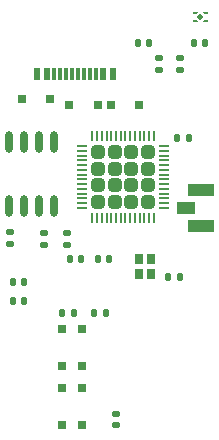
<source format=gtp>
G04 #@! TF.GenerationSoftware,KiCad,Pcbnew,8.0.1*
G04 #@! TF.CreationDate,2024-04-26T00:14:55-05:00*
G04 #@! TF.ProjectId,Final Projeco,46696e61-6c20-4507-926f-6a65636f2e6b,rev?*
G04 #@! TF.SameCoordinates,Original*
G04 #@! TF.FileFunction,Paste,Top*
G04 #@! TF.FilePolarity,Positive*
%FSLAX46Y46*%
G04 Gerber Fmt 4.6, Leading zero omitted, Abs format (unit mm)*
G04 Created by KiCad (PCBNEW 8.0.1) date 2024-04-26 00:14:55*
%MOMM*%
%LPD*%
G01*
G04 APERTURE LIST*
G04 Aperture macros list*
%AMRoundRect*
0 Rectangle with rounded corners*
0 $1 Rounding radius*
0 $2 $3 $4 $5 $6 $7 $8 $9 X,Y pos of 4 corners*
0 Add a 4 corners polygon primitive as box body*
4,1,4,$2,$3,$4,$5,$6,$7,$8,$9,$2,$3,0*
0 Add four circle primitives for the rounded corners*
1,1,$1+$1,$2,$3*
1,1,$1+$1,$4,$5*
1,1,$1+$1,$6,$7*
1,1,$1+$1,$8,$9*
0 Add four rect primitives between the rounded corners*
20,1,$1+$1,$2,$3,$4,$5,0*
20,1,$1+$1,$4,$5,$6,$7,0*
20,1,$1+$1,$6,$7,$8,$9,0*
20,1,$1+$1,$8,$9,$2,$3,0*%
%AMRotRect*
0 Rectangle, with rotation*
0 The origin of the aperture is its center*
0 $1 length*
0 $2 width*
0 $3 Rotation angle, in degrees counterclockwise*
0 Add horizontal line*
21,1,$1,$2,0,0,$3*%
%AMFreePoly0*
4,1,5,0.099975,0.075057,0.099975,-0.174956,-0.100025,-0.174956,-0.100025,0.275057,0.099975,0.075057,0.099975,0.075057,$1*%
%AMFreePoly1*
4,1,6,0.100025,-0.174956,-0.099975,-0.174956,-0.099975,0.075057,0.050013,0.225044,0.100025,0.225044,0.100025,-0.174956,0.100025,-0.174956,$1*%
%AMFreePoly2*
4,1,6,0.100025,-0.224841,0.050013,-0.224816,-0.100000,-0.074829,-0.099975,0.175184,0.100025,0.175184,0.100025,-0.224841,0.100025,-0.224841,$1*%
%AMFreePoly3*
4,1,6,0.100000,-0.075057,-0.050013,-0.225044,-0.100025,-0.225044,-0.100025,0.174956,0.099975,0.174956,0.100000,-0.075057,0.100000,-0.075057,$1*%
G04 Aperture macros list end*
%ADD10RoundRect,0.250000X0.315000X0.315000X-0.315000X0.315000X-0.315000X-0.315000X0.315000X-0.315000X0*%
%ADD11RoundRect,0.050000X0.387500X0.050000X-0.387500X0.050000X-0.387500X-0.050000X0.387500X-0.050000X0*%
%ADD12RoundRect,0.050000X0.050000X0.387500X-0.050000X0.387500X-0.050000X-0.387500X0.050000X-0.387500X0*%
%ADD13RoundRect,0.140000X-0.140000X-0.170000X0.140000X-0.170000X0.140000X0.170000X-0.140000X0.170000X0*%
%ADD14R,0.800000X0.800000*%
%ADD15R,2.200000X1.100000*%
%ADD16R,1.500000X1.100000*%
%ADD17RoundRect,0.140000X0.140000X0.170000X-0.140000X0.170000X-0.140000X-0.170000X0.140000X-0.170000X0*%
%ADD18RoundRect,0.140000X-0.170000X0.140000X-0.170000X-0.140000X0.170000X-0.140000X0.170000X0.140000X0*%
%ADD19RoundRect,0.135000X0.135000X0.185000X-0.135000X0.185000X-0.135000X-0.185000X0.135000X-0.185000X0*%
%ADD20RoundRect,0.135000X-0.135000X-0.185000X0.135000X-0.185000X0.135000X0.185000X-0.135000X0.185000X0*%
%ADD21O,0.629997X1.864999*%
%ADD22RoundRect,0.135000X-0.185000X0.135000X-0.185000X-0.135000X0.185000X-0.135000X0.185000X0.135000X0*%
%ADD23R,0.600000X1.140005*%
%ADD24R,0.300000X1.140005*%
%ADD25R,0.775006X0.875006*%
%ADD26R,0.750013X0.700000*%
%ADD27RoundRect,0.135000X0.185000X-0.135000X0.185000X0.135000X-0.185000X0.135000X-0.185000X-0.135000X0*%
%ADD28FreePoly0,90.000000*%
%ADD29FreePoly1,90.000000*%
%ADD30FreePoly2,90.000000*%
%ADD31FreePoly3,90.000000*%
%ADD32RotRect,0.450013X0.450013X135.000000*%
%ADD33RoundRect,0.140000X0.170000X-0.140000X0.170000X0.140000X-0.170000X0.140000X-0.170000X-0.140000X0*%
G04 APERTURE END LIST*
D10*
X44260000Y-33172500D03*
X44260000Y-31772500D03*
X44260000Y-30372500D03*
X44260000Y-28972500D03*
X42860000Y-33172500D03*
X42860000Y-31772500D03*
X42860000Y-30372500D03*
X42860000Y-28972500D03*
X41460000Y-33172500D03*
X41460000Y-31772500D03*
X41460000Y-30372500D03*
X41460000Y-28972500D03*
X40060000Y-33172500D03*
X40060000Y-31772500D03*
X40060000Y-30372500D03*
X40060000Y-28972500D03*
D11*
X45597500Y-33672500D03*
X45597500Y-33272500D03*
X45597500Y-32872500D03*
X45597500Y-32472500D03*
X45597500Y-32072500D03*
X45597500Y-31672500D03*
X45597500Y-31272500D03*
X45597500Y-30872500D03*
X45597500Y-30472500D03*
X45597500Y-30072500D03*
X45597500Y-29672500D03*
X45597500Y-29272500D03*
X45597500Y-28872500D03*
X45597500Y-28472500D03*
D12*
X44760000Y-27635000D03*
X44360000Y-27635000D03*
X43960000Y-27635000D03*
X43560000Y-27635000D03*
X43160000Y-27635000D03*
X42760000Y-27635000D03*
X42360000Y-27635000D03*
X41960000Y-27635000D03*
X41560000Y-27635000D03*
X41160000Y-27635000D03*
X40760000Y-27635000D03*
X40360000Y-27635000D03*
X39960000Y-27635000D03*
X39560000Y-27635000D03*
D11*
X38722500Y-28472500D03*
X38722500Y-28872500D03*
X38722500Y-29272500D03*
X38722500Y-29672500D03*
X38722500Y-30072500D03*
X38722500Y-30472500D03*
X38722500Y-30872500D03*
X38722500Y-31272500D03*
X38722500Y-31672500D03*
X38722500Y-32072500D03*
X38722500Y-32472500D03*
X38722500Y-32872500D03*
X38722500Y-33272500D03*
X38722500Y-33672500D03*
D12*
X39560000Y-34510000D03*
X39960000Y-34510000D03*
X40360000Y-34510000D03*
X40760000Y-34510000D03*
X41160000Y-34510000D03*
X41560000Y-34510000D03*
X41960000Y-34510000D03*
X42360000Y-34510000D03*
X42760000Y-34510000D03*
X43160000Y-34510000D03*
X43560000Y-34510000D03*
X43960000Y-34510000D03*
X44360000Y-34510000D03*
X44760000Y-34510000D03*
D13*
X46000000Y-39500000D03*
X46960000Y-39500000D03*
D14*
X39999898Y-25000000D03*
X37600102Y-25000000D03*
D15*
X48749968Y-32177600D03*
D16*
X47500032Y-33676457D03*
D15*
X48749968Y-35177600D03*
D17*
X49100000Y-19700000D03*
X48140000Y-19700000D03*
D18*
X35450000Y-35840000D03*
X35450000Y-36800000D03*
D13*
X43400000Y-19700000D03*
X44360000Y-19700000D03*
D19*
X38000000Y-42600000D03*
X36980000Y-42600000D03*
D20*
X39700000Y-42600000D03*
X40720000Y-42600000D03*
D21*
X32499996Y-33499999D03*
X33769999Y-33499999D03*
X35040001Y-33499999D03*
X36310004Y-33499999D03*
X36310004Y-28135001D03*
X35040001Y-28135001D03*
X33769999Y-28135001D03*
X32499996Y-28135001D03*
D22*
X37430000Y-35830000D03*
X37430000Y-36850000D03*
D23*
X41300052Y-22375108D03*
X40499951Y-22375108D03*
D24*
X39350091Y-22375108D03*
X38350091Y-22375108D03*
X37849964Y-22375108D03*
X36849964Y-22375108D03*
D23*
X34900002Y-22375108D03*
X35700103Y-22375108D03*
D24*
X36350091Y-22375108D03*
X37350091Y-22375108D03*
X38849964Y-22375108D03*
X39849964Y-22375108D03*
D25*
X43524165Y-37999951D03*
X43524165Y-39276049D03*
X44500035Y-39276049D03*
X44500035Y-37999951D03*
D26*
X38649943Y-48900000D03*
X38649943Y-52099898D03*
X36999956Y-48900000D03*
X36999956Y-52099898D03*
D13*
X37640000Y-38000000D03*
X38600000Y-38000000D03*
X46770000Y-27810000D03*
X47730000Y-27810000D03*
X32840000Y-41600000D03*
X33800000Y-41600000D03*
D27*
X32600000Y-36720000D03*
X32600000Y-35700000D03*
D28*
X49175235Y-17825121D03*
D29*
X49175235Y-17174879D03*
D30*
X48225019Y-17174879D03*
D31*
X48224765Y-17825121D03*
D32*
X48700000Y-17500000D03*
D13*
X32840000Y-40000000D03*
X33800000Y-40000000D03*
D14*
X35999998Y-24500000D03*
X33600202Y-24500000D03*
X41100102Y-25000000D03*
X43499898Y-25000000D03*
D13*
X40000000Y-38000000D03*
X40960000Y-38000000D03*
D22*
X45200000Y-21000000D03*
X45200000Y-22020000D03*
D33*
X41600000Y-52060000D03*
X41600000Y-51100000D03*
D26*
X36999957Y-47099900D03*
X36999957Y-43900002D03*
X38649944Y-47099900D03*
X38649944Y-43900002D03*
D22*
X47000000Y-21000000D03*
X47000000Y-22020000D03*
M02*

</source>
